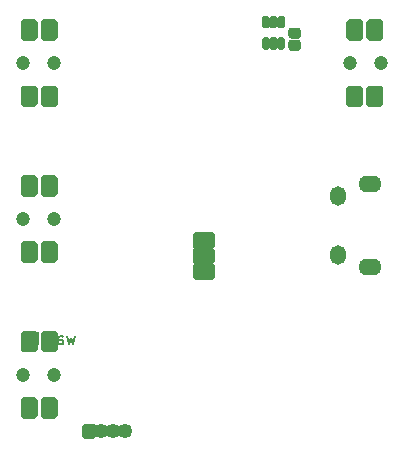
<source format=gbs>
G04 #@! TF.GenerationSoftware,KiCad,Pcbnew,(5.1.9)-1*
G04 #@! TF.CreationDate,2021-05-12T11:04:24-07:00*
G04 #@! TF.ProjectId,Watchy,57617463-6879-42e6-9b69-6361645f7063,rev?*
G04 #@! TF.SameCoordinates,Original*
G04 #@! TF.FileFunction,Soldermask,Bot*
G04 #@! TF.FilePolarity,Negative*
%FSLAX46Y46*%
G04 Gerber Fmt 4.6, Leading zero omitted, Abs format (unit mm)*
G04 Created by KiCad (PCBNEW (5.1.9)-1) date 2021-05-12 11:04:24*
%MOMM*%
%LPD*%
G01*
G04 APERTURE LIST*
%ADD10C,0.150000*%
%ADD11O,1.350000X1.650000*%
%ADD12O,1.950000X1.400000*%
%ADD13C,1.200000*%
%ADD14O,1.250000X1.250000*%
G04 APERTURE END LIST*
D10*
X76092857Y-103055714D02*
X75921428Y-103722380D01*
X75750000Y-103246190D01*
X75578571Y-103722380D01*
X75407142Y-103055714D01*
X74678571Y-103722380D02*
X74678571Y-103198571D01*
X74721428Y-103103333D01*
X74807142Y-103055714D01*
X74978571Y-103055714D01*
X75064285Y-103103333D01*
X74678571Y-103674761D02*
X74764285Y-103722380D01*
X74978571Y-103722380D01*
X75064285Y-103674761D01*
X75107142Y-103579523D01*
X75107142Y-103484285D01*
X75064285Y-103389047D01*
X74978571Y-103341428D01*
X74764285Y-103341428D01*
X74678571Y-103293809D01*
X74378571Y-103055714D02*
X74035714Y-103055714D01*
X74250000Y-102722380D02*
X74250000Y-103579523D01*
X74207142Y-103674761D01*
X74121428Y-103722380D01*
X74035714Y-103722380D01*
X73350000Y-103674761D02*
X73435714Y-103722380D01*
X73607142Y-103722380D01*
X73692857Y-103674761D01*
X73735714Y-103627142D01*
X73778571Y-103531904D01*
X73778571Y-103246190D01*
X73735714Y-103150952D01*
X73692857Y-103103333D01*
X73607142Y-103055714D01*
X73435714Y-103055714D01*
X73350000Y-103103333D01*
X72964285Y-103722380D02*
X72964285Y-102722380D01*
X72578571Y-103722380D02*
X72578571Y-103198571D01*
X72621428Y-103103333D01*
X72707142Y-103055714D01*
X72835714Y-103055714D01*
X72921428Y-103103333D01*
X72964285Y-103150952D01*
X72235714Y-103055714D02*
X72021428Y-103722380D01*
X71807142Y-103055714D02*
X72021428Y-103722380D01*
X72107142Y-103960476D01*
X72150000Y-104008095D01*
X72235714Y-104055714D01*
G36*
G01*
X87753000Y-98267000D02*
X86253000Y-98267000D01*
G75*
G02*
X86053000Y-98067000I0J200000D01*
G01*
X86053000Y-97067000D01*
G75*
G02*
X86253000Y-96867000I200000J0D01*
G01*
X87753000Y-96867000D01*
G75*
G02*
X87953000Y-97067000I0J-200000D01*
G01*
X87953000Y-98067000D01*
G75*
G02*
X87753000Y-98267000I-200000J0D01*
G01*
G37*
G36*
G01*
X87753000Y-96967000D02*
X86253000Y-96967000D01*
G75*
G02*
X86053000Y-96767000I0J200000D01*
G01*
X86053000Y-95767000D01*
G75*
G02*
X86253000Y-95567000I200000J0D01*
G01*
X87753000Y-95567000D01*
G75*
G02*
X87953000Y-95767000I0J-200000D01*
G01*
X87953000Y-96767000D01*
G75*
G02*
X87753000Y-96967000I-200000J0D01*
G01*
G37*
G36*
G01*
X87753000Y-95667000D02*
X86253000Y-95667000D01*
G75*
G02*
X86053000Y-95467000I0J200000D01*
G01*
X86053000Y-94467000D01*
G75*
G02*
X86253000Y-94267000I200000J0D01*
G01*
X87753000Y-94267000D01*
G75*
G02*
X87953000Y-94467000I0J-200000D01*
G01*
X87953000Y-95467000D01*
G75*
G02*
X87753000Y-95667000I-200000J0D01*
G01*
G37*
G36*
G01*
X94407000Y-77952000D02*
X94977000Y-77952000D01*
G75*
G02*
X95212000Y-78187000I0J-235000D01*
G01*
X95212000Y-78657000D01*
G75*
G02*
X94977000Y-78892000I-235000J0D01*
G01*
X94407000Y-78892000D01*
G75*
G02*
X94172000Y-78657000I0J235000D01*
G01*
X94172000Y-78187000D01*
G75*
G02*
X94407000Y-77952000I235000J0D01*
G01*
G37*
G36*
G01*
X94407000Y-76932000D02*
X94977000Y-76932000D01*
G75*
G02*
X95212000Y-77167000I0J-235000D01*
G01*
X95212000Y-77637000D01*
G75*
G02*
X94977000Y-77872000I-235000J0D01*
G01*
X94407000Y-77872000D01*
G75*
G02*
X94172000Y-77637000I0J235000D01*
G01*
X94172000Y-77167000D01*
G75*
G02*
X94407000Y-76932000I235000J0D01*
G01*
G37*
G36*
G01*
X93728000Y-78798000D02*
X93378000Y-78798000D01*
G75*
G02*
X93203000Y-78623000I0J175000D01*
G01*
X93203000Y-77923000D01*
G75*
G02*
X93378000Y-77748000I175000J0D01*
G01*
X93728000Y-77748000D01*
G75*
G02*
X93903000Y-77923000I0J-175000D01*
G01*
X93903000Y-78623000D01*
G75*
G02*
X93728000Y-78798000I-175000J0D01*
G01*
G37*
G36*
G01*
X93078000Y-78798000D02*
X92728000Y-78798000D01*
G75*
G02*
X92553000Y-78623000I0J175000D01*
G01*
X92553000Y-77923000D01*
G75*
G02*
X92728000Y-77748000I175000J0D01*
G01*
X93078000Y-77748000D01*
G75*
G02*
X93253000Y-77923000I0J-175000D01*
G01*
X93253000Y-78623000D01*
G75*
G02*
X93078000Y-78798000I-175000J0D01*
G01*
G37*
G36*
G01*
X92428000Y-78798000D02*
X92078000Y-78798000D01*
G75*
G02*
X91903000Y-78623000I0J175000D01*
G01*
X91903000Y-77923000D01*
G75*
G02*
X92078000Y-77748000I175000J0D01*
G01*
X92428000Y-77748000D01*
G75*
G02*
X92603000Y-77923000I0J-175000D01*
G01*
X92603000Y-78623000D01*
G75*
G02*
X92428000Y-78798000I-175000J0D01*
G01*
G37*
G36*
G01*
X92428000Y-76998000D02*
X92078000Y-76998000D01*
G75*
G02*
X91903000Y-76823000I0J175000D01*
G01*
X91903000Y-76123000D01*
G75*
G02*
X92078000Y-75948000I175000J0D01*
G01*
X92428000Y-75948000D01*
G75*
G02*
X92603000Y-76123000I0J-175000D01*
G01*
X92603000Y-76823000D01*
G75*
G02*
X92428000Y-76998000I-175000J0D01*
G01*
G37*
G36*
G01*
X93078000Y-76998000D02*
X92728000Y-76998000D01*
G75*
G02*
X92553000Y-76823000I0J175000D01*
G01*
X92553000Y-76123000D01*
G75*
G02*
X92728000Y-75948000I175000J0D01*
G01*
X93078000Y-75948000D01*
G75*
G02*
X93253000Y-76123000I0J-175000D01*
G01*
X93253000Y-76823000D01*
G75*
G02*
X93078000Y-76998000I-175000J0D01*
G01*
G37*
G36*
G01*
X93728000Y-76998000D02*
X93378000Y-76998000D01*
G75*
G02*
X93203000Y-76823000I0J175000D01*
G01*
X93203000Y-76123000D01*
G75*
G02*
X93378000Y-75948000I175000J0D01*
G01*
X93728000Y-75948000D01*
G75*
G02*
X93903000Y-76123000I0J-175000D01*
G01*
X93903000Y-76823000D01*
G75*
G02*
X93728000Y-76998000I-175000J0D01*
G01*
G37*
D11*
X98350000Y-96180000D03*
X98350000Y-91180000D03*
D12*
X101050000Y-97180000D03*
X101050000Y-90180000D03*
G36*
G01*
X71730000Y-76230000D02*
X72730000Y-76230000D01*
G75*
G02*
X72930000Y-76430000I0J-200000D01*
G01*
X72930000Y-77830000D01*
G75*
G02*
X72730000Y-78030000I-200000J0D01*
G01*
X71730000Y-78030000D01*
G75*
G02*
X71530000Y-77830000I0J200000D01*
G01*
X71530000Y-76430000D01*
G75*
G02*
X71730000Y-76230000I200000J0D01*
G01*
G37*
G36*
G01*
X71730000Y-81830000D02*
X72730000Y-81830000D01*
G75*
G02*
X72930000Y-82030000I0J-200000D01*
G01*
X72930000Y-83430000D01*
G75*
G02*
X72730000Y-83630000I-200000J0D01*
G01*
X71730000Y-83630000D01*
G75*
G02*
X71530000Y-83430000I0J200000D01*
G01*
X71530000Y-82030000D01*
G75*
G02*
X71730000Y-81830000I200000J0D01*
G01*
G37*
G36*
G01*
X73430000Y-76230000D02*
X74430000Y-76230000D01*
G75*
G02*
X74630000Y-76430000I0J-200000D01*
G01*
X74630000Y-77830000D01*
G75*
G02*
X74430000Y-78030000I-200000J0D01*
G01*
X73430000Y-78030000D01*
G75*
G02*
X73230000Y-77830000I0J200000D01*
G01*
X73230000Y-76430000D01*
G75*
G02*
X73430000Y-76230000I200000J0D01*
G01*
G37*
G36*
G01*
X73430000Y-81830000D02*
X74430000Y-81830000D01*
G75*
G02*
X74630000Y-82030000I0J-200000D01*
G01*
X74630000Y-83430000D01*
G75*
G02*
X74430000Y-83630000I-200000J0D01*
G01*
X73430000Y-83630000D01*
G75*
G02*
X73230000Y-83430000I0J200000D01*
G01*
X73230000Y-82030000D01*
G75*
G02*
X73430000Y-81830000I200000J0D01*
G01*
G37*
D13*
X71730000Y-79930000D03*
X74330000Y-79930000D03*
G36*
G01*
X71730000Y-102630000D02*
X72730000Y-102630000D01*
G75*
G02*
X72930000Y-102830000I0J-200000D01*
G01*
X72930000Y-104230000D01*
G75*
G02*
X72730000Y-104430000I-200000J0D01*
G01*
X71730000Y-104430000D01*
G75*
G02*
X71530000Y-104230000I0J200000D01*
G01*
X71530000Y-102830000D01*
G75*
G02*
X71730000Y-102630000I200000J0D01*
G01*
G37*
G36*
G01*
X71730000Y-108230000D02*
X72730000Y-108230000D01*
G75*
G02*
X72930000Y-108430000I0J-200000D01*
G01*
X72930000Y-109830000D01*
G75*
G02*
X72730000Y-110030000I-200000J0D01*
G01*
X71730000Y-110030000D01*
G75*
G02*
X71530000Y-109830000I0J200000D01*
G01*
X71530000Y-108430000D01*
G75*
G02*
X71730000Y-108230000I200000J0D01*
G01*
G37*
G36*
G01*
X73430000Y-102630000D02*
X74430000Y-102630000D01*
G75*
G02*
X74630000Y-102830000I0J-200000D01*
G01*
X74630000Y-104230000D01*
G75*
G02*
X74430000Y-104430000I-200000J0D01*
G01*
X73430000Y-104430000D01*
G75*
G02*
X73230000Y-104230000I0J200000D01*
G01*
X73230000Y-102830000D01*
G75*
G02*
X73430000Y-102630000I200000J0D01*
G01*
G37*
G36*
G01*
X73430000Y-108230000D02*
X74430000Y-108230000D01*
G75*
G02*
X74630000Y-108430000I0J-200000D01*
G01*
X74630000Y-109830000D01*
G75*
G02*
X74430000Y-110030000I-200000J0D01*
G01*
X73430000Y-110030000D01*
G75*
G02*
X73230000Y-109830000I0J200000D01*
G01*
X73230000Y-108430000D01*
G75*
G02*
X73430000Y-108230000I200000J0D01*
G01*
G37*
X71730000Y-106330000D03*
X74330000Y-106330000D03*
G36*
G01*
X71730000Y-89430000D02*
X72730000Y-89430000D01*
G75*
G02*
X72930000Y-89630000I0J-200000D01*
G01*
X72930000Y-91030000D01*
G75*
G02*
X72730000Y-91230000I-200000J0D01*
G01*
X71730000Y-91230000D01*
G75*
G02*
X71530000Y-91030000I0J200000D01*
G01*
X71530000Y-89630000D01*
G75*
G02*
X71730000Y-89430000I200000J0D01*
G01*
G37*
G36*
G01*
X71730000Y-95030000D02*
X72730000Y-95030000D01*
G75*
G02*
X72930000Y-95230000I0J-200000D01*
G01*
X72930000Y-96630000D01*
G75*
G02*
X72730000Y-96830000I-200000J0D01*
G01*
X71730000Y-96830000D01*
G75*
G02*
X71530000Y-96630000I0J200000D01*
G01*
X71530000Y-95230000D01*
G75*
G02*
X71730000Y-95030000I200000J0D01*
G01*
G37*
G36*
G01*
X73430000Y-89430000D02*
X74430000Y-89430000D01*
G75*
G02*
X74630000Y-89630000I0J-200000D01*
G01*
X74630000Y-91030000D01*
G75*
G02*
X74430000Y-91230000I-200000J0D01*
G01*
X73430000Y-91230000D01*
G75*
G02*
X73230000Y-91030000I0J200000D01*
G01*
X73230000Y-89630000D01*
G75*
G02*
X73430000Y-89430000I200000J0D01*
G01*
G37*
G36*
G01*
X73430000Y-95030000D02*
X74430000Y-95030000D01*
G75*
G02*
X74630000Y-95230000I0J-200000D01*
G01*
X74630000Y-96630000D01*
G75*
G02*
X74430000Y-96830000I-200000J0D01*
G01*
X73430000Y-96830000D01*
G75*
G02*
X73230000Y-96630000I0J200000D01*
G01*
X73230000Y-95230000D01*
G75*
G02*
X73430000Y-95030000I200000J0D01*
G01*
G37*
X71730000Y-93130000D03*
X74330000Y-93130000D03*
G36*
G01*
X101970000Y-83630000D02*
X100970000Y-83630000D01*
G75*
G02*
X100770000Y-83430000I0J200000D01*
G01*
X100770000Y-82030000D01*
G75*
G02*
X100970000Y-81830000I200000J0D01*
G01*
X101970000Y-81830000D01*
G75*
G02*
X102170000Y-82030000I0J-200000D01*
G01*
X102170000Y-83430000D01*
G75*
G02*
X101970000Y-83630000I-200000J0D01*
G01*
G37*
G36*
G01*
X101970000Y-78030000D02*
X100970000Y-78030000D01*
G75*
G02*
X100770000Y-77830000I0J200000D01*
G01*
X100770000Y-76430000D01*
G75*
G02*
X100970000Y-76230000I200000J0D01*
G01*
X101970000Y-76230000D01*
G75*
G02*
X102170000Y-76430000I0J-200000D01*
G01*
X102170000Y-77830000D01*
G75*
G02*
X101970000Y-78030000I-200000J0D01*
G01*
G37*
G36*
G01*
X100270000Y-83630000D02*
X99270000Y-83630000D01*
G75*
G02*
X99070000Y-83430000I0J200000D01*
G01*
X99070000Y-82030000D01*
G75*
G02*
X99270000Y-81830000I200000J0D01*
G01*
X100270000Y-81830000D01*
G75*
G02*
X100470000Y-82030000I0J-200000D01*
G01*
X100470000Y-83430000D01*
G75*
G02*
X100270000Y-83630000I-200000J0D01*
G01*
G37*
G36*
G01*
X100270000Y-78030000D02*
X99270000Y-78030000D01*
G75*
G02*
X99070000Y-77830000I0J200000D01*
G01*
X99070000Y-76430000D01*
G75*
G02*
X99270000Y-76230000I200000J0D01*
G01*
X100270000Y-76230000D01*
G75*
G02*
X100470000Y-76430000I0J-200000D01*
G01*
X100470000Y-77830000D01*
G75*
G02*
X100270000Y-78030000I-200000J0D01*
G01*
G37*
X101970000Y-79930000D03*
X99370000Y-79930000D03*
D14*
X80300000Y-111110000D03*
X79300000Y-111110000D03*
X78300000Y-111110000D03*
G36*
G01*
X77725000Y-111735000D02*
X76875000Y-111735000D01*
G75*
G02*
X76675000Y-111535000I0J200000D01*
G01*
X76675000Y-110685000D01*
G75*
G02*
X76875000Y-110485000I200000J0D01*
G01*
X77725000Y-110485000D01*
G75*
G02*
X77925000Y-110685000I0J-200000D01*
G01*
X77925000Y-111535000D01*
G75*
G02*
X77725000Y-111735000I-200000J0D01*
G01*
G37*
M02*

</source>
